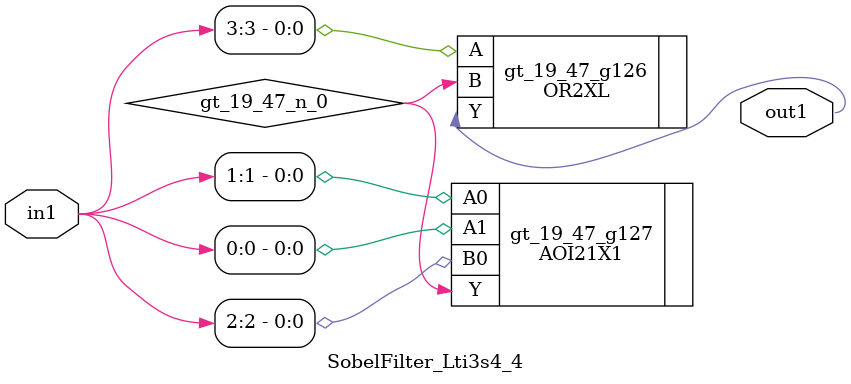
<source format=v>
`timescale 1ps / 1ps


module SobelFilter_Lti3s4_4(in1, out1);
  input [3:0] in1;
  output out1;
  wire [3:0] in1;
  wire out1;
  wire gt_19_47_n_0;
  OR2XL gt_19_47_g126(.A (in1[3]), .B (gt_19_47_n_0), .Y (out1));
  AOI21X1 gt_19_47_g127(.A0 (in1[1]), .A1 (in1[0]), .B0 (in1[2]), .Y
       (gt_19_47_n_0));
endmodule



</source>
